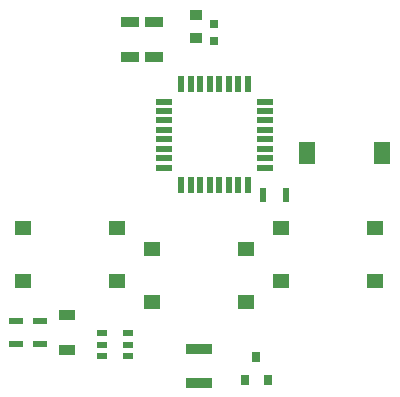
<source format=gbp>
G04 #@! TF.FileFunction,Paste,Bot*
%FSLAX46Y46*%
G04 Gerber Fmt 4.6, Leading zero omitted, Abs format (unit mm)*
G04 Created by KiCad (PCBNEW 4.0.7) date Thu Jul 12 22:31:34 2018*
%MOMM*%
%LPD*%
G01*
G04 APERTURE LIST*
%ADD10C,0.100000*%
%ADD11R,1.530000X0.810000*%
%ADD12R,1.125000X0.900000*%
%ADD13R,1.440000X0.900000*%
%ADD14R,0.675000X0.720000*%
%ADD15R,2.250000X0.810000*%
%ADD16R,1.350000X1.980000*%
%ADD17R,0.720000X0.810000*%
%ADD18R,1.170000X0.630000*%
%ADD19R,1.440000X0.495000*%
%ADD20R,0.495000X1.440000*%
%ADD21R,0.954000X0.585000*%
%ADD22R,1.395000X1.170000*%
%ADD23R,0.630000X1.170000*%
G04 APERTURE END LIST*
D10*
D11*
X133858000Y-92096000D03*
X133858000Y-94996000D03*
D12*
X139446000Y-93456000D03*
X139446000Y-91456000D03*
D13*
X128524000Y-116864000D03*
X128524000Y-119864000D03*
D14*
X140970000Y-92214000D03*
X140970000Y-93714000D03*
D15*
X139700000Y-122608000D03*
X139700000Y-119708000D03*
D16*
X148794000Y-103124000D03*
X155194000Y-103124000D03*
D17*
X145476000Y-122412000D03*
X143576000Y-122412000D03*
X144526000Y-120412000D03*
D11*
X135890000Y-92096000D03*
X135890000Y-94996000D03*
D18*
X126238000Y-117414000D03*
X126238000Y-119314000D03*
X124206000Y-119314000D03*
X124206000Y-117414000D03*
D19*
X136720000Y-104400000D03*
X136720000Y-103600000D03*
X136720000Y-102800000D03*
X136720000Y-102000000D03*
X136720000Y-101200000D03*
X136720000Y-100400000D03*
X136720000Y-99600000D03*
X136720000Y-98800000D03*
D20*
X138170000Y-97350000D03*
X138970000Y-97350000D03*
X139770000Y-97350000D03*
X140570000Y-97350000D03*
X141370000Y-97350000D03*
X142170000Y-97350000D03*
X142970000Y-97350000D03*
X143770000Y-97350000D03*
D19*
X145220000Y-98800000D03*
X145220000Y-99600000D03*
X145220000Y-100400000D03*
X145220000Y-101200000D03*
X145220000Y-102000000D03*
X145220000Y-102800000D03*
X145220000Y-103600000D03*
X145220000Y-104400000D03*
D20*
X143770000Y-105850000D03*
X142970000Y-105850000D03*
X142170000Y-105850000D03*
X141370000Y-105850000D03*
X140570000Y-105850000D03*
X139770000Y-105850000D03*
X138970000Y-105850000D03*
X138170000Y-105850000D03*
D21*
X133688000Y-118430000D03*
X133688000Y-119380000D03*
X133688000Y-120330000D03*
X131488000Y-120330000D03*
X131488000Y-118430000D03*
X131488000Y-119380000D03*
D22*
X124798000Y-109510000D03*
X124798000Y-114010000D03*
X132758000Y-114010000D03*
X132758000Y-109510000D03*
X135720000Y-111288000D03*
X135720000Y-115788000D03*
X143680000Y-115788000D03*
X143680000Y-111288000D03*
X146642000Y-109510000D03*
X146642000Y-114010000D03*
X154602000Y-114010000D03*
X154602000Y-109510000D03*
D23*
X145100000Y-106680000D03*
X147000000Y-106680000D03*
M02*

</source>
